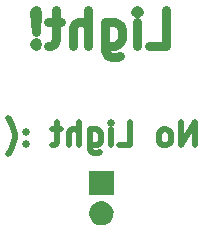
<source format=gbs>
%TF.GenerationSoftware,KiCad,Pcbnew,4.0.5-e0-6337~49~ubuntu16.04.1*%
%TF.CreationDate,2017-04-01T19:42:10-07:00*%
%TF.ProjectId,throwie-layers,7468726F7769652D6C61796572732E6B,1.0*%
%TF.FileFunction,Soldermask,Bot*%
%FSLAX46Y46*%
G04 Gerber Fmt 4.6, Leading zero omitted, Abs format (unit mm)*
G04 Created by KiCad (PCBNEW 4.0.5-e0-6337~49~ubuntu16.04.1) date Sat Apr  1 19:42:10 2017*
%MOMM*%
%LPD*%
G01*
G04 APERTURE LIST*
%ADD10C,0.350000*%
%ADD11C,0.500000*%
%ADD12C,0.750000*%
G04 APERTURE END LIST*
D10*
D11*
X68896430Y-38369762D02*
X68896430Y-36369762D01*
X67753572Y-38369762D01*
X67753572Y-36369762D01*
X66515477Y-38369762D02*
X66705953Y-38274524D01*
X66801192Y-38179286D01*
X66896430Y-37988810D01*
X66896430Y-37417381D01*
X66801192Y-37226905D01*
X66705953Y-37131667D01*
X66515477Y-37036429D01*
X66229763Y-37036429D01*
X66039287Y-37131667D01*
X65944049Y-37226905D01*
X65848811Y-37417381D01*
X65848811Y-37988810D01*
X65944049Y-38179286D01*
X66039287Y-38274524D01*
X66229763Y-38369762D01*
X66515477Y-38369762D01*
X62515477Y-38369762D02*
X63467858Y-38369762D01*
X63467858Y-36369762D01*
X61848810Y-38369762D02*
X61848810Y-37036429D01*
X61848810Y-36369762D02*
X61944048Y-36465000D01*
X61848810Y-36560238D01*
X61753571Y-36465000D01*
X61848810Y-36369762D01*
X61848810Y-36560238D01*
X60039286Y-37036429D02*
X60039286Y-38655476D01*
X60134524Y-38845952D01*
X60229762Y-38941190D01*
X60420238Y-39036429D01*
X60705952Y-39036429D01*
X60896429Y-38941190D01*
X60039286Y-38274524D02*
X60229762Y-38369762D01*
X60610714Y-38369762D01*
X60801190Y-38274524D01*
X60896429Y-38179286D01*
X60991667Y-37988810D01*
X60991667Y-37417381D01*
X60896429Y-37226905D01*
X60801190Y-37131667D01*
X60610714Y-37036429D01*
X60229762Y-37036429D01*
X60039286Y-37131667D01*
X59086905Y-38369762D02*
X59086905Y-36369762D01*
X58229762Y-38369762D02*
X58229762Y-37322143D01*
X58325000Y-37131667D01*
X58515476Y-37036429D01*
X58801190Y-37036429D01*
X58991666Y-37131667D01*
X59086905Y-37226905D01*
X57563095Y-37036429D02*
X56801190Y-37036429D01*
X57277381Y-36369762D02*
X57277381Y-38084048D01*
X57182142Y-38274524D01*
X56991666Y-38369762D01*
X56801190Y-38369762D01*
X54610714Y-38179286D02*
X54515475Y-38274524D01*
X54610714Y-38369762D01*
X54705952Y-38274524D01*
X54610714Y-38179286D01*
X54610714Y-38369762D01*
X54610714Y-37131667D02*
X54515475Y-37226905D01*
X54610714Y-37322143D01*
X54705952Y-37226905D01*
X54610714Y-37131667D01*
X54610714Y-37322143D01*
X53086904Y-39131667D02*
X53182142Y-39036429D01*
X53372618Y-38750714D01*
X53467856Y-38560238D01*
X53563094Y-38274524D01*
X53658333Y-37798333D01*
X53658333Y-37417381D01*
X53563094Y-36941190D01*
X53467856Y-36655476D01*
X53372618Y-36465000D01*
X53182142Y-36179286D01*
X53086904Y-36084048D01*
D12*
X65031428Y-29932143D02*
X66459999Y-29932143D01*
X66459999Y-26932143D01*
X64031428Y-29932143D02*
X64031428Y-27932143D01*
X64031428Y-26932143D02*
X64174285Y-27075000D01*
X64031428Y-27217857D01*
X63888571Y-27075000D01*
X64031428Y-26932143D01*
X64031428Y-27217857D01*
X61317143Y-27932143D02*
X61317143Y-30360714D01*
X61460000Y-30646429D01*
X61602857Y-30789286D01*
X61888572Y-30932143D01*
X62317143Y-30932143D01*
X62602857Y-30789286D01*
X61317143Y-29789286D02*
X61602857Y-29932143D01*
X62174286Y-29932143D01*
X62460000Y-29789286D01*
X62602857Y-29646429D01*
X62745714Y-29360714D01*
X62745714Y-28503571D01*
X62602857Y-28217857D01*
X62460000Y-28075000D01*
X62174286Y-27932143D01*
X61602857Y-27932143D01*
X61317143Y-28075000D01*
X59888571Y-29932143D02*
X59888571Y-26932143D01*
X58602857Y-29932143D02*
X58602857Y-28360714D01*
X58745714Y-28075000D01*
X59031428Y-27932143D01*
X59460000Y-27932143D01*
X59745714Y-28075000D01*
X59888571Y-28217857D01*
X57602857Y-27932143D02*
X56460000Y-27932143D01*
X57174285Y-26932143D02*
X57174285Y-29503571D01*
X57031428Y-29789286D01*
X56745714Y-29932143D01*
X56460000Y-29932143D01*
X55459999Y-29646429D02*
X55317142Y-29789286D01*
X55459999Y-29932143D01*
X55602856Y-29789286D01*
X55459999Y-29646429D01*
X55459999Y-29932143D01*
X55459999Y-28789286D02*
X55602856Y-27075000D01*
X55459999Y-26932143D01*
X55317142Y-27075000D01*
X55459999Y-28789286D01*
X55459999Y-26932143D01*
D10*
G36*
X61121130Y-43106981D02*
X61318261Y-43147447D01*
X61503791Y-43225437D01*
X61670632Y-43337973D01*
X61812438Y-43480772D01*
X61923806Y-43648395D01*
X62000496Y-43834458D01*
X62039516Y-44031527D01*
X62039516Y-44031532D01*
X62039584Y-44031876D01*
X62036374Y-44261739D01*
X62036297Y-44262077D01*
X62036297Y-44262086D01*
X61991789Y-44457990D01*
X61909936Y-44641835D01*
X61793928Y-44806286D01*
X61648190Y-44945071D01*
X61478271Y-45052905D01*
X61290639Y-45125682D01*
X61092452Y-45160628D01*
X60891245Y-45156413D01*
X60694691Y-45113199D01*
X60510273Y-45032628D01*
X60345022Y-44917775D01*
X60205222Y-44773009D01*
X60096204Y-44603845D01*
X60022117Y-44416724D01*
X59985789Y-44218788D01*
X59988598Y-44017558D01*
X60030442Y-43820705D01*
X60109720Y-43635732D01*
X60223420Y-43469678D01*
X60367205Y-43328873D01*
X60535605Y-43218676D01*
X60722200Y-43143286D01*
X60919880Y-43105577D01*
X61121130Y-43106981D01*
X61121130Y-43106981D01*
G37*
G36*
X62089540Y-42618700D02*
X59937140Y-42618700D01*
X59937140Y-40566300D01*
X62089540Y-40566300D01*
X62089540Y-42618700D01*
X62089540Y-42618700D01*
G37*
M02*

</source>
